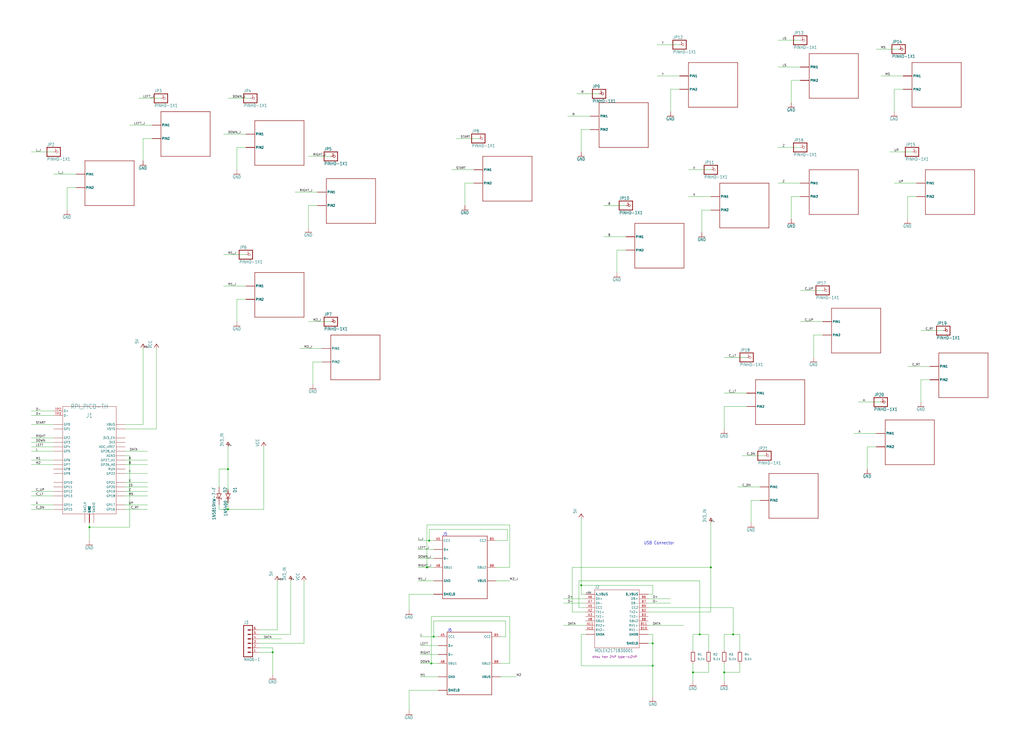
<source format=kicad_sch>
(kicad_sch (version 20211123) (generator eeschema)
  (paper "User" 581.787 422.885)
  (lib_symbols
    (symbol "Device:R" (pin_numbers hide) (pin_names (offset 0))
      (property "Reference" "R" (at 2.032 0 90))
      (property "Value" "R" (at 0 0 90))
      (symbol "R_1_1"
        (pin passive line (at 0 3.81 270) (length 1.27) (name "~") (number "1"))
        (pin passive line (at 0 -3.81 90) (length 1.27) (name "~") (number "2"))
      )
    )
    (symbol "OF1 v1-eagle-import:+5V" (power)
      (property "Value" "+5V" (at -2.54 -5.08 90))
      (symbol "+5V_1_0"
        (pin power_in line (at 0 -2.54 90) (length 2.54) (name "+5V") (number "1"))
      )
    )
    (symbol "OF1 v1-eagle-import:1N5400"
      (property "Reference" "D" (at 2.54 0.4826 0))
      (property "Value" "1N5400" (at 2.54 -2.3114 0))
      (symbol "1N5400_1_0"
        (text "SpiceOrder 1" (at -2.54 0 0) (effects (font (size 0.4064 0.3454))))
        (text "SpiceOrder 2" (at 2.54 0 0) (effects (font (size 0.4064 0.3454))))
        (pin passive line (at -2.54 0 0) (length 0) (name "A") (number "A"))
        (pin passive line (at 2.54 0 180) (length 0) (name "C") (number "C"))
      )
    )
    (symbol "OF1 v1-eagle-import:1N5819HW-7-F"
      (property "Reference" "D" (at -5.08 2.54 0))
      (property "Value" "1N5819HW-7-F" (at -5.08 -3.81 0))
      (symbol "1N5819HW-7-F_1_0"
        (pin passive line (at -5.08 0 0) (length 2.54) (name "A") (number "A"))
        (pin passive line (at 5.08 0 180) (length 2.54) (name "K") (number "C"))
      )
    )
    (symbol "OF1 v1-eagle-import:GND" (power)
      (property "Value" "GND" (at -2.54 -2.54 0))
      (symbol "GND_1_0"
        (pin power_in line (at 0 2.54 270) (length 2.54) (name "GND") (number "1"))
      )
    )
    (symbol "OF1 v1-eagle-import:GT-USB-7010ASV"
      (symbol "GT-USB-7010ASV_1_0"
        (pin bidirectional line (at -10.16 -12.7 0) (length 5.08) (name "GND") (number "A1/B12"))
        (pin bidirectional line (at 25.4 -12.7 180) (length 5.08) (name "VBUS") (number "A4/B9"))
        (pin bidirectional line (at -10.16 10.16 0) (length 5.08) (name "CC1") (number "A5"))
        (pin bidirectional line (at -10.16 5.08 0) (length 5.08) (name "D+") (number "A6"))
        (pin bidirectional line (at -10.16 0 0) (length 5.08) (name "D-") (number "A7"))
        (pin bidirectional line (at -10.16 -5.08 0) (length 5.08) (name "SBU1") (number "A8"))
        (pin bidirectional line (at -10.16 -12.7 0) (length 5.08) (name "GND") (number "B1/A12"))
        (pin bidirectional line (at 25.4 -12.7 180) (length 5.08) (name "VBUS") (number "B4/A9"))
        (pin bidirectional line (at 25.4 10.16 180) (length 5.08) (name "CC2") (number "B5"))
        (pin bidirectional line (at -10.16 5.08 0) (length 5.08) (name "D+") (number "B6"))
        (pin bidirectional line (at -10.16 0 0) (length 5.08) (name "D-") (number "B7"))
        (pin bidirectional line (at 25.4 -5.08 180) (length 5.08) (name "SBU2") (number "B8"))
        (pin bidirectional line (at -10.16 -20.32 0) (length 5.08) (name "SHIELD") (number "SHIELD1"))
        (pin bidirectional line (at -10.16 -20.32 0) (length 5.08) (name "SHIELD") (number "SHIELD2"))
        (pin bidirectional line (at -10.16 -20.32 0) (length 5.08) (name "SHIELD") (number "SHIELD3"))
        (pin bidirectional line (at -10.16 -20.32 0) (length 5.08) (name "SHIELD") (number "SHIELD4"))
      )
    )
    (symbol "OF1 v1-eagle-import:MA06-1"
      (property "Reference" "SV" (at -1.27 8.382 0))
      (property "Value" "MA06-1" (at -1.27 -12.7 0))
      (symbol "MA06-1_1_0"
        (pin passive line (at 7.62 -7.62 180) (length 5.08) (name "1") (number "1"))
        (pin passive line (at 7.62 -5.08 180) (length 5.08) (name "2") (number "2"))
        (pin passive line (at 7.62 -2.54 180) (length 5.08) (name "3") (number "3"))
        (pin passive line (at 7.62 0 180) (length 5.08) (name "4") (number "4"))
        (pin passive line (at 7.62 2.54 180) (length 5.08) (name "5") (number "5"))
        (pin passive line (at 7.62 5.08 180) (length 5.08) (name "6") (number "6"))
      )
    )
    (symbol "OF1 v1-eagle-import:MOLEX2171830001"
      (property "Value" "MOLEX2171830001" (at -12.7103 -20.3344 0))
      (symbol "MOLEX2171830001_1_0"
        (pin passive line (at -17.78 -10.16 0) (length 5.08) (name "GNDA") (number "A1"))
        (pin passive line (at -17.78 -7.62 0) (length 5.08) (name "RX2-") (number "A10"))
        (pin passive line (at -17.78 -5.08 0) (length 5.08) (name "RX2+") (number "A11"))
        (pin passive line (at -17.78 -10.16 0) (length 5.08) (name "GNDA") (number "A12"))
        (pin passive line (at -17.78 2.54 0) (length 5.08) (name "TX1+") (number "A2"))
        (pin passive line (at -17.78 0 0) (length 5.08) (name "TX1-") (number "A3"))
        (pin passive line (at -17.78 12.7 0) (length 5.08) (name "A_VBUS") (number "A4"))
        (pin passive line (at -17.78 5.08 0) (length 5.08) (name "CC1") (number "A5"))
        (pin passive line (at -17.78 10.16 0) (length 5.08) (name "DA+") (number "A6"))
        (pin passive line (at -17.78 7.62 0) (length 5.08) (name "DA-") (number "A7"))
        (pin passive line (at -17.78 -2.54 0) (length 5.08) (name "SBU1") (number "A8"))
        (pin passive line (at -17.78 12.7 0) (length 5.08) (name "A_VBUS") (number "A9"))
        (pin passive line (at 17.78 -10.16 180) (length 5.08) (name "GNDB") (number "B1"))
        (pin passive line (at 17.78 -7.62 180) (length 5.08) (name "RX1-") (number "B10"))
        (pin passive line (at 17.78 -5.08 180) (length 5.08) (name "RX1+") (number "B11"))
        (pin passive line (at 17.78 -10.16 180) (length 5.08) (name "GNDB") (number "B12"))
        (pin passive line (at 17.78 2.54 180) (length 5.08) (name "TX2+") (number "B2"))
        (pin passive line (at 17.78 0 180) (length 5.08) (name "TX2-") (number "B3"))
        (pin passive line (at 17.78 12.7 180) (length 5.08) (name "B_VBUS") (number "B4"))
        (pin passive line (at 17.78 5.08 180) (length 5.08) (name "CC2") (number "B5"))
        (pin passive line (at 17.78 10.16 180) (length 5.08) (name "DB+") (number "B6"))
        (pin passive line (at 17.78 7.62 180) (length 5.08) (name "DB-") (number "B7"))
        (pin passive line (at 17.78 -2.54 180) (length 5.08) (name "SBU2") (number "B8"))
        (pin passive line (at 17.78 12.7 180) (length 5.08) (name "B_VBUS") (number "B9"))
        (pin passive line (at 17.78 -15.24 180) (length 5.08) (name "SHIELD") (number "SHIELD1"))
        (pin passive line (at 17.78 -15.24 180) (length 5.08) (name "SHIELD") (number "SHIELD2"))
        (pin passive line (at 17.78 -15.24 180) (length 5.08) (name "SHIELD") (number "SHIELD3"))
        (pin passive line (at 17.78 -15.24 180) (length 5.08) (name "SHIELD") (number "SHIELD4"))
      )
    )
    (symbol "OF1 v1-eagle-import:MX-B"
      (symbol "MX-B_1_0"
        (pin bidirectional line (at -83.82 7.62 0) (length 5.08) (name "PIN2") (number "P$1"))
        (pin bidirectional line (at -83.82 15.24 0) (length 5.08) (name "PIN1") (number "P$2"))
        (pin bidirectional line (at -83.82 15.24 0) (length 5.08) (name "PIN1") (number "P$3"))
        (pin bidirectional line (at -83.82 7.62 0) (length 5.08) (name "PIN2") (number "P$4"))
      )
    )
    (symbol "OF1 v1-eagle-import:PINHD-1X1"
      (property "Reference" "JP" (at -6.35 3.175 0))
      (property "Value" "PINHD-1X1" (at -6.35 -5.08 0))
      (symbol "PINHD-1X1_1_0"
        (pin passive inverted (at -2.54 0 0) (length 2.54) (name "1") (number "1"))
      )
    )
    (symbol "OF1 v1-eagle-import:RPI_PICO-TH"
      (property "Value" "RPI_PICO-TH" (at 0 43.18 0))
      (symbol "RPI_PICO-TH_1_0"
        (pin bidirectional line (at 20.32 15.24 180) (length 5.08) (name "3V3") (number "3V3"))
        (pin bidirectional line (at 20.32 17.78 180) (length 5.08) (name "3V3_EN") (number "3V3_EN"))
        (pin bidirectional line (at 20.32 12.7 180) (length 5.08) (name "ADC_VREF") (number "ADC_VREF"))
        (pin bidirectional line (at 20.32 7.62 180) (length 5.08) (name "AGND") (number "AGND"))
        (pin bidirectional line (at 0 -30.48 90) (length 5.08) (name "GND") (number "GND@1"))
        (pin bidirectional line (at 0 -30.48 90) (length 5.08) (name "GND") (number "GND@2"))
        (pin bidirectional line (at 0 -30.48 90) (length 5.08) (name "GND") (number "GND@3"))
        (pin bidirectional line (at 0 -30.48 90) (length 5.08) (name "GND") (number "GND@4"))
        (pin bidirectional line (at 0 -30.48 90) (length 5.08) (name "GND") (number "GND@5"))
        (pin bidirectional line (at 0 -30.48 90) (length 5.08) (name "GND") (number "GND@6"))
        (pin bidirectional line (at 0 -30.48 90) (length 5.08) (name "GND") (number "GND@7"))
        (pin bidirectional line (at 0 -30.48 90) (length 5.08) (name "GND") (number "GND@8"))
        (pin bidirectional line (at -20.32 25.4 0) (length 5.08) (name "GP0") (number "GP0"))
        (pin bidirectional line (at -20.32 22.86 0) (length 5.08) (name "GP1") (number "GP1"))
        (pin bidirectional line (at -20.32 -7.62 0) (length 5.08) (name "GP10") (number "GP10"))
        (pin bidirectional line (at -20.32 -10.16 0) (length 5.08) (name "GP11") (number "GP11"))
        (pin bidirectional line (at -20.32 -12.7 0) (length 5.08) (name "GP12") (number "GP12"))
        (pin bidirectional line (at -20.32 -15.24 0) (length 5.08) (name "GP13") (number "GP13"))
        (pin bidirectional line (at -20.32 -20.32 0) (length 5.08) (name "GP14") (number "GP14"))
        (pin bidirectional line (at -20.32 -22.86 0) (length 5.08) (name "GP15") (number "GP15"))
        (pin bidirectional line (at 20.32 -22.86 180) (length 5.08) (name "GP16") (number "GP16"))
        (pin bidirectional line (at 20.32 -20.32 180) (length 5.08) (name "GP17") (number "GP17"))
        (pin bidirectional line (at 20.32 -15.24 180) (length 5.08) (name "GP18") (number "GP18"))
        (pin bidirectional line (at 20.32 -12.7 180) (length 5.08) (name "GP19") (number "GP19"))
        (pin bidirectional line (at -20.32 17.78 0) (length 5.08) (name "GP2") (number "GP2"))
        (pin bidirectional line (at 20.32 -10.16 180) (length 5.08) (name "GP20") (number "GP20"))
        (pin bidirectional line (at 20.32 -7.62 180) (length 5.08) (name "GP21") (number "GP21"))
        (pin bidirectional line (at 20.32 -2.54 180) (length 5.08) (name "GP22") (number "GP22"))
        (pin bidirectional line (at 20.32 2.54 180) (length 5.08) (name "GP26_A0") (number "GP26_A0"))
        (pin bidirectional line (at 20.32 5.08 180) (length 5.08) (name "GP27_A1") (number "GP27_A1"))
        (pin bidirectional line (at 20.32 10.16 180) (length 5.08) (name "GP28_A2") (number "GP28_A2"))
        (pin bidirectional line (at -20.32 15.24 0) (length 5.08) (name "GP3") (number "GP3"))
        (pin bidirectional line (at -20.32 12.7 0) (length 5.08) (name "GP4") (number "GP4"))
        (pin bidirectional line (at -20.32 10.16 0) (length 5.08) (name "GP5") (number "GP5"))
        (pin bidirectional line (at -20.32 5.08 0) (length 5.08) (name "GP6") (number "GP6"))
        (pin bidirectional line (at -20.32 2.54 0) (length 5.08) (name "GP7") (number "GP7"))
        (pin bidirectional line (at -20.32 0 0) (length 5.08) (name "GP8") (number "GP8"))
        (pin bidirectional line (at -20.32 -2.54 0) (length 5.08) (name "GP9") (number "GP9"))
        (pin bidirectional line (at 20.32 0 180) (length 5.08) (name "RUN") (number "RUN"))
        (pin bidirectional line (at -2.54 -30.48 90) (length 5.08) (name "SWCLK") (number "SWCLK"))
        (pin bidirectional line (at 2.54 -30.48 90) (length 5.08) (name "SWDIO") (number "SWDIO"))
        (pin bidirectional line (at -20.32 33.02 0) (length 5.08) (name "D+") (number "TP2"))
        (pin bidirectional line (at -20.32 30.48 0) (length 5.08) (name "D-") (number "TP3"))
        (pin bidirectional line (at 20.32 25.4 180) (length 5.08) (name "VBUS") (number "VBUS"))
        (pin bidirectional line (at 20.32 22.86 180) (length 5.08) (name "VSYS") (number "VSYS"))
      )
    )
    (symbol "OF1 v1-eagle-import:V+" (power)
      (property "Value" "V+" (at -2.54 -2.54 90))
      (symbol "V+_1_0"
        (pin power_in line (at 0 -2.54 90) (length 2.54) (name "V+") (number "1"))
      )
    )
    (symbol "OF1 v1-eagle-import:VCC" (power)
      (property "Value" "VCC" (at -2.54 -2.54 90))
      (symbol "VCC_1_0"
        (pin power_in line (at 0 -2.54 90) (length 2.54) (name "VCC") (number "1"))
      )
    )
  )
  (junction (at 403.86 322.58))
  (junction (at 243.84 307.34))
  (junction (at 246.38 361.95))
  (junction (at 242.57 322.58))
  (junction (at 370.84 378.46))
  (junction (at 129.54 266.7))
  (junction (at 129.54 289.56))
  (junction (at 330.2 332.74))
  (junction (at 411.48 382.27))
  (junction (at 397.51 360.68))
  (junction (at 416.56 360.68))
  (junction (at 245.11 377.19))
  (junction (at 393.7 382.27))
  (junction (at 50.8 299.72))
  (junction (at 370.84 365.76))
  (junction (at 154.94 370.84))
  (wire (pts (xy 370.84 360.68) (xy 370.84 365.76)))
  (wire (pts (xy 238.76 367.03) (xy 248.92 367.03)))
  (wire (pts (xy 454.66 104.14) (xy 441.96 104.14)))
  (wire (pts (xy 245.11 350.52) (xy 245.11 377.19)))
  (wire (pts (xy 513.08 50.8) (xy 508 50.8)))
  (wire (pts (xy 81.28 78.74) (xy 81.28 91.44)))
  (wire (pts (xy 325.12 347.98) (xy 332.74 347.98)))
  (wire (pts (xy 182.88 205.74) (xy 177.8 205.74)))
  (wire (pts (xy 139.7 170.18) (xy 134.62 170.18)))
  (wire (pts (xy 288.29 300.99) (xy 243.84 300.99)))
  (wire (pts (xy 355.6 116.84) (xy 342.9 116.84)))
  (wire (pts (xy 520.7 111.76) (xy 515.62 111.76)))
  (wire (pts (xy 238.76 361.95) (xy 246.38 361.95)))
  (wire (pts (xy 38.1 106.68) (xy 38.1 119.38)))
  (wire (pts (xy 424.18 231.14) (xy 411.48 231.14)))
  (wire (pts (xy 370.84 332.74) (xy 370.84 337.82)))
  (wire (pts (xy 449.58 45.72) (xy 449.58 58.42)))
  (wire (pts (xy 237.49 322.58) (xy 242.57 322.58)))
  (wire (pts (xy 420.37 377.19) (xy 420.37 382.27)))
  (wire (pts (xy 454.66 111.76) (xy 449.58 111.76)))
  (wire (pts (xy 154.94 370.84) (xy 154.94 383.54)))
  (wire (pts (xy 165.1 360.68) (xy 147.32 360.68)))
  (wire (pts (xy 370.84 337.82) (xy 368.3 337.82)))
  (wire (pts (xy 416.56 360.68) (xy 420.37 360.68)))
  (wire (pts (xy 320.04 340.36) (xy 332.74 340.36)))
  (wire (pts (xy 238.76 384.81) (xy 248.92 384.81)))
  (wire (pts (xy 328.93 330.2) (xy 397.51 330.2)))
  (wire (pts (xy 232.41 337.82) (xy 246.38 337.82)))
  (wire (pts (xy 232.41 392.43) (xy 232.41 403.86)))
  (wire (pts (xy 289.56 298.45) (xy 242.57 298.45)))
  (wire (pts (xy 182.88 198.12) (xy 170.18 198.12)))
  (wire (pts (xy 129.54 289.56) (xy 124.46 289.56)))
  (wire (pts (xy 242.57 298.45) (xy 242.57 322.58)))
  (wire (pts (xy 147.32 363.22) (xy 160.02 363.22)))
  (wire (pts (xy 411.48 360.68) (xy 416.56 360.68)))
  (wire (pts (xy 368.3 340.36) (xy 381 340.36)))
  (wire (pts (xy 142.24 55.88) (xy 129.54 55.88)))
  (wire (pts (xy 332.74 345.44) (xy 328.93 345.44)))
  (wire (pts (xy 403.86 119.38) (xy 398.78 119.38)))
  (wire (pts (xy 237.49 312.42) (xy 246.38 312.42)))
  (wire (pts (xy 43.18 99.06) (xy 30.48 99.06)))
  (wire (pts (xy 154.94 368.3) (xy 154.94 370.84)))
  (wire (pts (xy 30.48 281.94) (xy 17.78 281.94)))
  (wire (pts (xy 368.3 342.9) (xy 381 342.9)))
  (wire (pts (xy 492.76 254) (xy 492.76 266.7)))
  (wire (pts (xy 269.24 104.14) (xy 264.16 104.14)))
  (wire (pts (xy 403.86 297.18) (xy 403.86 322.58)))
  (wire (pts (xy 246.38 361.95) (xy 248.92 361.95)))
  (wire (pts (xy 281.94 330.2) (xy 289.56 330.2)))
  (wire (pts (xy 175.26 116.84) (xy 175.26 129.54)))
  (wire (pts (xy 350.52 142.24) (xy 350.52 154.94)))
  (wire (pts (xy 281.94 307.34) (xy 288.29 307.34)))
  (wire (pts (xy 398.78 119.38) (xy 398.78 132.08)))
  (wire (pts (xy 30.48 248.92) (xy 17.78 248.92)))
  (wire (pts (xy 177.8 205.74) (xy 177.8 218.44)))
  (wire (pts (xy 30.48 251.46) (xy 17.78 251.46)))
  (wire (pts (xy 237.49 330.2) (xy 246.38 330.2)))
  (wire (pts (xy 289.56 377.19) (xy 289.56 350.52)))
  (wire (pts (xy 424.18 203.2) (xy 411.48 203.2)))
  (wire (pts (xy 420.37 360.68) (xy 420.37 369.57)))
  (wire (pts (xy 402.59 377.19) (xy 402.59 382.27)))
  (wire (pts (xy 381 50.8) (xy 381 63.5)))
  (wire (pts (xy 454.66 45.72) (xy 449.58 45.72)))
  (wire (pts (xy 467.36 165.1) (xy 454.66 165.1)))
  (wire (pts (xy 83.82 276.86) (xy 71.12 276.86)))
  (wire (pts (xy 397.51 330.2) (xy 397.51 360.68)))
  (wire (pts (xy 497.84 246.38) (xy 485.14 246.38)))
  (wire (pts (xy 243.84 307.34) (xy 246.38 307.34)))
  (wire (pts (xy 403.86 111.76) (xy 391.16 111.76)))
  (wire (pts (xy 287.2271 353.06) (xy 287.2271 361.95)))
  (wire (pts (xy 355.6 134.62) (xy 342.9 134.62)))
  (wire (pts (xy 81.28 198.12) (xy 81.28 241.3)))
  (wire (pts (xy 124.46 289.56) (xy 124.46 287.02)))
  (wire (pts (xy 180.34 109.22) (xy 167.64 109.22)))
  (wire (pts (xy 289.56 350.52) (xy 245.11 350.52)))
  (wire (pts (xy 320.04 342.9) (xy 332.74 342.9)))
  (wire (pts (xy 284.48 377.19) (xy 289.56 377.19)))
  (wire (pts (xy 73.66 259.08) (xy 73.66 299.72)))
  (wire (pts (xy 134.62 170.18) (xy 134.62 182.88)))
  (wire (pts (xy 50.8 297.18) (xy 50.8 299.72)))
  (wire (pts (xy 165.1 330.2) (xy 165.1 360.68)))
  (wire (pts (xy 426.72 284.48) (xy 426.72 297.18)))
  (wire (pts (xy 245.11 377.19) (xy 248.92 377.19)))
  (wire (pts (xy 88.9 243.84) (xy 71.12 243.84)))
  (wire (pts (xy 325.12 322.58) (xy 325.12 347.98)))
  (wire (pts (xy 50.8 299.72) (xy 50.8 307.34)))
  (wire (pts (xy 124.46 266.7) (xy 124.46 276.86)))
  (wire (pts (xy 449.58 111.76) (xy 449.58 124.46)))
  (wire (pts (xy 431.8 284.48) (xy 426.72 284.48)))
  (wire (pts (xy 30.48 241.3) (xy 17.78 241.3)))
  (wire (pts (xy 86.36 78.74) (xy 81.28 78.74)))
  (wire (pts (xy 402.59 382.27) (xy 393.7 382.27)))
  (wire (pts (xy 355.6 142.24) (xy 350.52 142.24)))
  (wire (pts (xy 147.32 370.84) (xy 154.94 370.84)))
  (wire (pts (xy 289.56 322.58) (xy 289.56 298.45)))
  (wire (pts (xy 288.29 307.34) (xy 288.29 300.99)))
  (wire (pts (xy 515.62 111.76) (xy 515.62 124.46)))
  (wire (pts (xy 518.16 86.36) (xy 505.46 86.36)))
  (wire (pts (xy 411.48 360.68) (xy 411.48 369.57)))
  (wire (pts (xy 243.84 300.99) (xy 243.84 307.34)))
  (wire (pts (xy 332.74 360.68) (xy 330.2 360.68)))
  (wire (pts (xy 271.78 78.74) (xy 259.08 78.74)))
  (wire (pts (xy 172.72 330.2) (xy 172.72 365.76)))
  (wire (pts (xy 83.82 279.4) (xy 71.12 279.4)))
  (wire (pts (xy 30.48 287.02) (xy 17.78 287.02)))
  (wire (pts (xy 187.96 182.88) (xy 175.26 182.88)))
  (wire (pts (xy 129.54 266.7) (xy 129.54 279.4)))
  (wire (pts (xy 83.82 274.32) (xy 71.12 274.32)))
  (wire (pts (xy 411.48 377.19) (xy 411.48 382.27)))
  (wire (pts (xy 510.54 27.94) (xy 497.84 27.94)))
  (wire (pts (xy 330.2 294.64) (xy 330.2 332.74)))
  (wire (pts (xy 454.66 83.82) (xy 441.96 83.82)))
  (wire (pts (xy 242.57 322.58) (xy 246.38 322.58)))
  (wire (pts (xy 528.32 208.28) (xy 515.62 208.28)))
  (wire (pts (xy 420.37 382.27) (xy 411.48 382.27)))
  (wire (pts (xy 30.48 289.56) (xy 17.78 289.56)))
  (wire (pts (xy 88.9 198.12) (xy 88.9 243.84)))
  (wire (pts (xy 83.82 261.62) (xy 71.12 261.62)))
  (wire (pts (xy 30.48 86.36) (xy 17.78 86.36)))
  (wire (pts (xy 368.3 355.6) (xy 388.62 355.6)))
  (wire (pts (xy 71.12 259.08) (xy 73.66 259.08)))
  (wire (pts (xy 424.18 223.52) (xy 411.48 223.52)))
  (wire (pts (xy 386.08 25.4) (xy 373.38 25.4)))
  (wire (pts (xy 71.12 256.54) (xy 83.82 256.54)))
  (wire (pts (xy 91.44 55.88) (xy 78.74 55.88)))
  (wire (pts (xy 238.76 372.11) (xy 248.92 372.11)))
  (wire (pts (xy 157.48 358.14) (xy 147.32 358.14)))
  (wire (pts (xy 340.36 53.34) (xy 327.66 53.34)))
  (wire (pts (xy 332.74 337.82) (xy 330.2 337.82)))
  (wire (pts (xy 434.34 259.08) (xy 421.64 259.08)))
  (wire (pts (xy 139.7 162.56) (xy 127 162.56)))
  (wire (pts (xy 30.48 264.16) (xy 17.78 264.16)))
  (wire (pts (xy 368.3 365.76) (xy 370.84 365.76)))
  (wire (pts (xy 83.82 281.94) (xy 71.12 281.94)))
  (wire (pts (xy 246.38 353.06) (xy 246.38 361.95)))
  (wire (pts (xy 411.48 382.27) (xy 411.48 387.35)))
  (wire (pts (xy 129.54 289.56) (xy 149.86 289.56)))
  (wire (pts (xy 129.54 254) (xy 129.54 266.7)))
  (wire (pts (xy 232.41 392.43) (xy 248.92 392.43)))
  (wire (pts (xy 83.82 269.24) (xy 71.12 269.24)))
  (wire (pts (xy 403.86 96.52) (xy 391.16 96.52)))
  (wire (pts (xy 386.08 50.8) (xy 381 50.8)))
  (wire (pts (xy 147.32 368.3) (xy 154.94 368.3)))
  (wire (pts (xy 335.28 73.66) (xy 330.2 73.66)))
  (wire (pts (xy 467.36 190.5) (xy 462.28 190.5)))
  (wire (pts (xy 129.54 266.7) (xy 124.46 266.7)))
  (wire (pts (xy 30.48 236.22) (xy 17.78 236.22)))
  (wire (pts (xy 500.38 228.6) (xy 487.68 228.6)))
  (wire (pts (xy 330.2 332.74) (xy 370.84 332.74)))
  (wire (pts (xy 30.48 256.54) (xy 17.78 256.54)))
  (wire (pts (xy 264.16 104.14) (xy 264.16 116.84)))
  (wire (pts (xy 403.86 322.58) (xy 325.12 322.58)))
  (wire (pts (xy 403.86 322.58) (xy 403.86 347.98)))
  (wire (pts (xy 149.86 254) (xy 149.86 289.56)))
  (wire (pts (xy 43.18 106.68) (xy 38.1 106.68)))
  (wire (pts (xy 83.82 264.16) (xy 71.12 264.16)))
  (wire (pts (xy 139.7 144.78) (xy 127 144.78)))
  (wire (pts (xy 157.48 330.2) (xy 157.48 358.14)))
  (wire (pts (xy 172.72 365.76) (xy 147.32 365.76)))
  (wire (pts (xy 139.7 83.82) (xy 134.62 83.82)))
  (wire (pts (xy 508 50.8) (xy 508 63.5)))
  (wire (pts (xy 393.7 360.68) (xy 397.51 360.68)))
  (wire (pts (xy 431.8 276.86) (xy 419.1 276.86)))
  (wire (pts (xy 454.66 38.1) (xy 441.96 38.1)))
  (wire (pts (xy 416.56 345.44) (xy 416.56 360.68)))
  (wire (pts (xy 402.59 360.68) (xy 402.59 369.57)))
  (wire (pts (xy 284.48 384.81) (xy 293.37 384.81)))
  (wire (pts (xy 83.82 287.02) (xy 71.12 287.02)))
  (wire (pts (xy 368.3 360.68) (xy 370.84 360.68)))
  (wire (pts (xy 523.24 215.9) (xy 523.24 228.6)))
  (wire (pts (xy 30.48 233.68) (xy 17.78 233.68)))
  (wire (pts (xy 330.2 360.68) (xy 330.2 378.46)))
  (wire (pts (xy 139.7 76.2) (xy 127 76.2)))
  (wire (pts (xy 284.48 361.95) (xy 287.2271 361.95)))
  (wire (pts (xy 370.84 365.76) (xy 370.84 378.46)))
  (wire (pts (xy 462.28 190.5) (xy 462.28 203.2)))
  (wire (pts (xy 528.32 215.9) (xy 523.24 215.9)))
  (wire (pts (xy 30.48 279.4) (xy 17.78 279.4)))
  (wire (pts (xy 81.28 241.3) (xy 71.12 241.3)))
  (wire (pts (xy 237.49 307.34) (xy 243.84 307.34)))
  (wire (pts (xy 129.54 284.48) (xy 129.54 289.56)))
  (wire (pts (xy 287.2271 353.06) (xy 246.38 353.06)))
  (wire (pts (xy 467.36 182.88) (xy 454.66 182.88)))
  (wire (pts (xy 269.24 96.52) (xy 256.54 96.52)))
  (wire (pts (xy 535.94 187.96) (xy 523.24 187.96)))
  (wire (pts (xy 393.7 377.19) (xy 393.7 382.27)))
  (wire (pts (xy 71.12 289.56) (xy 83.82 289.56)))
  (wire (pts (xy 232.41 337.82) (xy 232.41 346.71)))
  (wire (pts (xy 403.86 347.98) (xy 368.3 347.98)))
  (wire (pts (xy 520.7 104.14) (xy 508 104.14)))
  (wire (pts (xy 320.04 355.6) (xy 332.74 355.6)))
  (wire (pts (xy 237.49 317.5) (xy 246.38 317.5)))
  (wire (pts (xy 281.94 322.58) (xy 289.56 322.58)))
  (wire (pts (xy 411.48 231.14) (xy 411.48 243.84)))
  (wire (pts (xy 134.62 83.82) (xy 134.62 96.52)))
  (wire (pts (xy 368.3 345.44) (xy 416.56 345.44)))
  (wire (pts (xy 86.36 71.12) (xy 73.66 71.12)))
  (wire (pts (xy 397.51 360.68) (xy 402.59 360.68)))
  (wire (pts (xy 330.2 337.82) (xy 330.2 332.74)))
  (wire (pts (xy 335.28 66.04) (xy 322.58 66.04)))
  (wire (pts (xy 187.96 88.9) (xy 175.26 88.9)))
  (wire (pts (xy 370.84 378.46) (xy 370.84 396.24)))
  (wire (pts (xy 30.48 261.62) (xy 17.78 261.62)))
  (wire (pts (xy 393.7 360.68) (xy 393.7 369.57)))
  (wire (pts (xy 513.08 43.18) (xy 500.38 43.18)))
  (wire (pts (xy 454.66 22.86) (xy 441.96 22.86)))
  (wire (pts (xy 497.84 254) (xy 492.76 254)))
  (wire (pts (xy 180.34 116.84) (xy 175.26 116.84)))
  (wire (pts (xy 330.2 73.66) (xy 330.2 86.36)))
  (wire (pts (xy 393.7 382.27) (xy 393.7 387.35)))
  (wire (pts (xy 73.66 299.72) (xy 50.8 299.72)))
  (wire (pts (xy 330.2 378.46) (xy 370.84 378.46)))
  (wire (pts (xy 328.93 345.44) (xy 328.93 330.2)))
  (wire (pts (xy 30.48 254) (xy 17.78 254)))
  (wire (pts (xy 238.76 377.19) (xy 245.11 377.19)))
  (wire (pts (xy 386.08 43.18) (xy 373.38 43.18)))
  (text "J5" (at 251.46 304.8 180) (effects (font (size 1.778 1.5113)) (justify left bottom)))
  (text "USB Connector" (at 365.76 309.88 180) (effects (font (size 1.778 1.5113)) (justify left bottom)))
  (text "J6\n" (at 254 359.41 180) (effects (font (size 1.778 1.5113)) (justify left bottom)))
  (label "LEFT" (at 20.32 254 0) (effects (font (size 1.2446 1.2446))))
  (label "START" (at 261.62 78.74 0) (effects (font (size 1.2446 1.2446))))
  (label "R" (at 73.025 261.62 0) (effects (font (size 1.2446 1.2446))))
  (label "START" (at 20.32 241.3 0) (effects (font (size 1.2446 1.2446))))
  (label "D+" (at 322.58 340.36 0) (effects (font (size 1.2446 1.2446))))
  (label "M2_J" (at 172.72 198.12 0) (effects (font (size 1.2446 1.2446))))
  (label "LEFT_J" (at 76.2 71.12 0) (effects (font (size 1.2446 1.2446))))
  (label "LEFT_J" (at 237.49 312.42 0))
  (label "C_DN" (at 424.18 259.08 0) (effects (font (size 1.2446 1.2446))))
  (label "L" (at 238.76 361.95 0))
  (label "C_UP" (at 457.2 182.88 0) (effects (font (size 1.2446 1.2446))))
  (label "DOWN" (at 20.32 251.46 0) (effects (font (size 1.2446 1.2446))))
  (label "DOWN_J" (at 129.54 76.2 0) (effects (font (size 1.2446 1.2446))))
  (label "L_J" (at 20.32 86.36 0) (effects (font (size 1.2446 1.2446))))
  (label "D-" (at 322.58 342.9 0) (effects (font (size 1.2446 1.2446))))
  (label "B" (at 345.44 134.62 0) (effects (font (size 1.2446 1.2446))))
  (label "DATA" (at 149.86 363.22 0) (effects (font (size 1.2446 1.2446))))
  (label "M2" (at 20.32 264.16 0) (effects (font (size 1.2446 1.2446))))
  (label "+5V" (at 81.28 198.12 0) (effects (font (size 1.016 1.016))))
  (label "Y" (at 375.92 25.4 0) (effects (font (size 1.2446 1.2446))))
  (label "DATA" (at 370.84 355.6 0) (effects (font (size 1.2446 1.2446))))
  (label "C_LT" (at 414.02 223.52 0) (effects (font (size 1.2446 1.2446))))
  (label "M2_J" (at 289.56 330.2 0))
  (label "M1" (at 20.32 261.62 0) (effects (font (size 1.2446 1.2446))))
  (label "B" (at 73.025 264.16 0) (effects (font (size 1.2446 1.2446))))
  (label "M1_J" (at 237.49 330.2 0))
  (label "C_LT" (at 20.32 281.94 0) (effects (font (size 1.2446 1.2446))))
  (label "X" (at 73.025 274.32 0) (effects (font (size 1.2446 1.2446))))
  (label "MS" (at 73.025 281.94 0) (effects (font (size 1.2446 1.2446))))
  (label "Z" (at 73.025 279.4 0) (effects (font (size 1.2446 1.2446))))
  (label "C_UP" (at 20.32 279.4 0) (effects (font (size 1.2446 1.2446))))
  (label "DATA" (at 322.58 355.6 0) (effects (font (size 1.2446 1.2446))))
  (label "+5V" (at 332.74 337.82 0) (effects (font (size 1.016 1.016))))
  (label "UP" (at 510.54 104.14 0) (effects (font (size 1.2446 1.2446))))
  (label "X" (at 393.7 111.76 0) (effects (font (size 1.2446 1.2446))))
  (label "M1_J" (at 129.54 144.78 0) (effects (font (size 1.2446 1.2446))))
  (label "X" (at 393.7 96.52 0) (effects (font (size 1.2446 1.2446))))
  (label "R" (at 330.2 53.34 0) (effects (font (size 1.2446 1.2446))))
  (label "A" (at 20.32 287.02 0) (effects (font (size 1.2446 1.2446))))
  (label "L_J" (at 237.49 307.34 0))
  (label "LEFT_J" (at 81.28 55.88 0) (effects (font (size 1.2446 1.2446))))
  (label "M1_J" (at 129.54 162.56 0) (effects (font (size 1.2446 1.2446))))
  (label "C_RT" (at 518.16 208.28 0) (effects (font (size 1.2446 1.2446))))
  (label "LS" (at 73.025 276.86 0) (effects (font (size 1.2446 1.2446))))
  (label "RIGHT_J" (at 237.49 322.58 0))
  (label "+5V" (at 157.48 330.2 0) (effects (font (size 1.016 1.016))))
  (label "LEFT" (at 238.76 367.03 0))
  (label "D-" (at 370.84 342.9 0) (effects (font (size 1.2446 1.2446))))
  (label "LS" (at 444.5 38.1 0) (effects (font (size 1.2446 1.2446))))
  (label "D+" (at 370.84 340.36 0) (effects (font (size 1.2446 1.2446))))
  (label "C_UP" (at 457.2 165.1 0) (effects (font (size 1.2446 1.2446))))
  (label "R" (at 325.12 66.04 0) (effects (font (size 1.2446 1.2446))))
  (label "C_DN" (at 20.32 289.56 0) (effects (font (size 1.2446 1.2446))))
  (label "Z" (at 444.5 83.82 0) (effects (font (size 1.2446 1.2446))))
  (label "C_DN" (at 421.64 276.86 0) (effects (font (size 1.2446 1.2446))))
  (label "C_RT" (at 525.78 187.96 0) (effects (font (size 1.2446 1.2446))))
  (label "Y" (at 73.025 269.24 0) (effects (font (size 1.2446 1.2446))))
  (label "DOWN_J" (at 132.08 55.88 0) (effects (font (size 1.2446 1.2446))))
  (label "RIGHT_J" (at 170.18 109.22 0) (effects (font (size 1.2446 1.2446))))
  (label "V+" (at 165.1 330.2 0) (effects (font (size 1.016 1.016))))
  (label "RIGHT_J" (at 177.8 88.9 0) (effects (font (size 1.2446 1.2446))))
  (label "B" (at 345.44 116.84 0) (effects (font (size 1.2446 1.2446))))
  (label "L" (at 20.32 256.54 0) (effects (font (size 1.2446 1.2446))))
  (label "START" (at 259.08 96.52 0) (effects (font (size 1.2446 1.2446))))
  (label "V+" (at 129.54 254 0) (effects (font (size 1.016 1.016))))
  (label "A" (at 487.68 246.38 0) (effects (font (size 1.2446 1.2446))))
  (label "C_LT" (at 414.02 203.2 0) (effects (font (size 1.2446 1.2446))))
  (label "DOWN_J" (at 237.49 317.5 0))
  (label "V+" (at 403.86 297.18 0) (effects (font (size 1.016 1.016))))
  (label "C_RT" (at 74.295 289.56 0) (effects (font (size 1.2446 1.2446))))
  (label "RIGHT" (at 20.32 248.92 0) (effects (font (size 1.2446 1.2446))))
  (label "Z" (at 444.5 104.14 0) (effects (font (size 1.2446 1.2446))))
  (label "L_J" (at 33.02 99.06 0) (effects (font (size 1.2446 1.2446))))
  (label "M1" (at 238.76 384.81 0))
  (label "UP" (at 73.025 287.02 0) (effects (font (size 1.2446 1.2446))))
  (label "D+" (at 20.32 236.22 0) (effects (font (size 1.2446 1.2446))))
  (label "Y" (at 375.92 43.18 0) (effects (font (size 1.2446 1.2446))))
  (label "MS" (at 500.38 27.94 0) (effects (font (size 1.2446 1.2446))))
  (label "DOWN" (at 238.76 377.19 0))
  (label "LS" (at 444.5 22.86 0) (effects (font (size 1.2446 1.2446))))
  (label "M2" (at 293.37 384.81 0))
  (label "D-" (at 20.32 233.68 0) (effects (font (size 1.2446 1.2446))))
  (label "DATA" (at 73.66 256.54 0) (effects (font (size 1.2446 1.2446))))
  (label "UP" (at 508 86.36 0) (effects (font (size 1.2446 1.2446))))
  (label "A" (at 490.22 228.6 0) (effects (font (size 1.2446 1.2446))))
  (label "M2_J" (at 177.8 182.88 0) (effects (font (size 1.2446 1.2446))))
  (label "RIGHT" (at 238.76 372.11 0))
  (label "MS" (at 502.92 43.18 0) (effects (font (size 1.2446 1.2446))))
  (symbol (lib_id "OF1 v1-eagle-import:V+") (at 129.54 251.46 0) (unit 1)
    (property "Reference" "#P+03" (effects hide))
    (property "Value" "3V3_IN" (at 127 254 90) (effects (font (size 1.778 1.5113)) (justify left bottom)))
    (property "Footprint" "OF1 v1:" (effects hide))
  )
  (symbol (lib_id "OF1 v1-eagle-import:PINHD-1X1") (at 142.24 144.78 0) (unit 1)
    (property "Reference" "JP6" (at 135.89 141.605 0) (effects (font (size 1.778 1.5113)) (justify left bottom)))
    (property "Value" "PINHD-1X1" (at 135.89 149.86 0) (effects (font (size 1.778 1.5113)) (justify left bottom)))
    (property "Footprint" "OF1 v1:1X01" (effects hide))
  )
  (symbol (lib_id "OF1 v1-eagle-import:1N5400") (at 129.54 281.94 270) (unit 1)
    (property "Reference" "D1" (at 132.5626 276.86 0) (effects (font (size 1.778 1.5113)) (justify left bottom)))
    (property "Value" "1N5400" (at 127.2286 284.48 0) (effects (font (size 1.778 1.5113)) (justify left bottom)))
    (property "Footprint" "OF1 v1:DO201-15" (effects hide))
  )
  (symbol (lib_id "OF1 v1-eagle-import:PINHD-1X1") (at 457.2 83.82 0) (unit 1)
    (property "Reference" "JP16" (at 450.85 80.645 0) (effects (font (size 1.778 1.5113)) (justify left bottom)))
    (property "Value" "PINHD-1X1" (at 450.85 88.9 0) (effects (font (size 1.778 1.5113)) (justify left bottom)))
    (property "Footprint" "OF1 v1:1X01" (effects hide))
  )
  (symbol (lib_id "OF1 v1-eagle-import:PINHD-1X1") (at 274.32 78.74 0) (unit 1)
    (property "Reference" "JP8" (at 267.97 75.565 0) (effects (font (size 1.778 1.5113)) (justify left bottom)))
    (property "Value" "PINHD-1X1" (at 267.97 83.82 0) (effects (font (size 1.778 1.5113)) (justify left bottom)))
    (property "Footprint" "OF1 v1:1X01" (effects hide))
  )
  (symbol (lib_id "OF1 v1-eagle-import:GND") (at 426.72 299.72 0) (unit 1)
    (property "Reference" "#GND028" (effects hide))
    (property "Value" "GND" (at 424.18 302.26 0) (effects (font (size 1.778 1.5113)) (justify left bottom)))
    (property "Footprint" "OF1 v1:" (effects hide))
  )
  (symbol (lib_id "Device:R") (at 411.48 373.38 0) (unit 1)
    (property "Reference" "R3" (at 414.02 372.1099 0) (effects (justify left)))
    (property "Value" "5.1k" (at 414.02 374.6499 0) (effects (justify left)))
    (property "Footprint" "Resistor_THT:R_Axial_DIN0207_L6.3mm_D2.5mm_P7.62mm_Horizontal" (effects hide))
  )
  (symbol (lib_id "OF1 v1-eagle-import:PINHD-1X1") (at 502.92 228.6 0) (unit 1)
    (property "Reference" "JP20" (at 496.57 225.425 0) (effects (font (size 1.778 1.5113)) (justify left bottom)))
    (property "Value" "PINHD-1X1" (at 496.57 233.68 0) (effects (font (size 1.778 1.5113)) (justify left bottom)))
    (property "Footprint" "OF1 v1:1X01" (effects hide))
  )
  (symbol (lib_id "OF1 v1-eagle-import:GND") (at 370.84 398.78 0) (mirror y) (unit 1)
    (property "Reference" "#GND034" (effects hide))
    (property "Value" "GND" (at 373.38 401.32 0) (effects (font (size 1.778 1.5113)) (justify left bottom)))
    (property "Footprint" "OF1 v1:" (effects hide))
  )
  (symbol (lib_id "OF1 v1-eagle-import:MX-B") (at 487.68 127 0) (unit 1)
    (property "Reference" "U$14" (effects hide))
    (property "Value" "MX-B" (effects hide))
    (property "Footprint" "OF1 v1:MX-BOTH" (effects hide))
  )
  (symbol (lib_id "OF1 v1-eagle-import:GND") (at 393.7 389.89 0) (unit 1)
    (property "Reference" "#GND0102" (effects hide))
    (property "Value" "GND" (at 391.16 392.43 0) (effects (font (size 1.778 1.5113)) (justify left bottom)))
    (property "Footprint" "OF1 v1:" (effects hide))
  )
  (symbol (lib_id "OF1 v1-eagle-import:MX-B") (at 223.52 91.44 0) (unit 1)
    (property "Reference" "U$4" (effects hide))
    (property "Value" "MX-B" (effects hide))
    (property "Footprint" "OF1 v1:MX-BOTH" (effects hide))
  )
  (symbol (lib_id "OF1 v1-eagle-import:VCC") (at 88.9 195.58 0) (unit 1)
    (property "Reference" "#P+08" (effects hide))
    (property "Value" "VCC" (at 86.36 198.12 90) (effects (font (size 1.778 1.5113)) (justify left bottom)))
    (property "Footprint" "OF1 v1:" (effects hide))
  )
  (symbol (lib_id "OF1 v1-eagle-import:MX-B") (at 581.66 261.62 0) (unit 1)
    (property "Reference" "U$20" (effects hide))
    (property "Value" "MX-B" (effects hide))
    (property "Footprint" "OF1 v1:MX-BOTH" (effects hide))
  )
  (symbol (lib_id "OF1 v1-eagle-import:GND") (at 50.8 309.88 0) (unit 1)
    (property "Reference" "#GND03" (effects hide))
    (property "Value" "GND" (at 48.26 312.42 0) (effects (font (size 1.778 1.5113)) (justify left bottom)))
    (property "Footprint" "OF1 v1:" (effects hide))
  )
  (symbol (lib_id "OF1 v1-eagle-import:GND") (at 350.52 157.48 0) (unit 1)
    (property "Reference" "#GND017" (effects hide))
    (property "Value" "GND" (at 347.98 160.02 0) (effects (font (size 1.778 1.5113)) (justify left bottom)))
    (property "Footprint" "OF1 v1:" (effects hide))
  )
  (symbol (lib_id "OF1 v1-eagle-import:GND") (at 134.62 99.06 0) (unit 1)
    (property "Reference" "#GND011" (effects hide))
    (property "Value" "GND" (at 132.08 101.6 0) (effects (font (size 1.778 1.5113)) (justify left bottom)))
    (property "Footprint" "OF1 v1:" (effects hide))
  )
  (symbol (lib_id "OF1 v1-eagle-import:PINHD-1X1") (at 342.9 53.34 0) (unit 1)
    (property "Reference" "JP9" (at 336.55 50.165 0) (effects (font (size 1.778 1.5113)) (justify left bottom)))
    (property "Value" "PINHD-1X1" (at 336.55 58.42 0) (effects (font (size 1.778 1.5113)) (justify left bottom)))
    (property "Footprint" "OF1 v1:1X01" (effects hide))
  )
  (symbol (lib_id "OF1 v1-eagle-import:VCC") (at 149.86 251.46 0) (unit 1)
    (property "Reference" "#P+05" (effects hide))
    (property "Value" "VCC" (at 147.32 254 90) (effects (font (size 1.778 1.5113)) (justify left bottom)))
    (property "Footprint" "OF1 v1:" (effects hide))
  )
  (symbol (lib_id "OF1 v1-eagle-import:MX-B") (at 266.7 213.36 0) (unit 1)
    (property "Reference" "U$7" (effects hide))
    (property "Value" "MX-B" (effects hide))
    (property "Footprint" "OF1 v1:MX-BOTH" (effects hide))
  )
  (symbol (lib_id "OF1 v1-eagle-import:GND") (at 264.16 119.38 0) (unit 1)
    (property "Reference" "#GND015" (effects hide))
    (property "Value" "GND" (at 261.62 121.92 0) (effects (font (size 1.778 1.5113)) (justify left bottom)))
    (property "Footprint" "OF1 v1:" (effects hide))
  )
  (symbol (lib_id "OF1 v1-eagle-import:MX-B") (at 508 238.76 0) (unit 1)
    (property "Reference" "U$18" (effects hide))
    (property "Value" "MX-B" (effects hide))
    (property "Footprint" "OF1 v1:MX-BOTH" (effects hide))
  )
  (symbol (lib_id "OF1 v1-eagle-import:GND") (at 175.26 132.08 0) (unit 1)
    (property "Reference" "#GND013" (effects hide))
    (property "Value" "GND" (at 172.72 134.62 0) (effects (font (size 1.778 1.5113)) (justify left bottom)))
    (property "Footprint" "OF1 v1:" (effects hide))
  )
  (symbol (lib_id "OF1 v1-eagle-import:RPI_PICO-TH") (at 50.8 266.7 0) (unit 1)
    (property "Reference" "J1" (at 50.8 236.22 0) (effects (font (size 2.54 2.159))))
    (property "Value" "RPI_PICO-TH" (at 50.8 231.14 0) (effects (font (size 2.54 2.159))))
    (property "Footprint" "OF1 v1:RPI_PICO_TH" (effects hide))
  )
  (symbol (lib_id "OF1 v1-eagle-import:V+") (at 165.1 327.66 0) (unit 1)
    (property "Reference" "#P+01" (effects hide))
    (property "Value" "3V3_IN" (at 162.56 330.2 90) (effects (font (size 1.778 1.5113)) (justify left bottom)))
    (property "Footprint" "OF1 v1:" (effects hide))
  )
  (symbol (lib_id "OF1 v1-eagle-import:GND") (at 508 66.04 0) (unit 1)
    (property "Reference" "#GND023" (effects hide))
    (property "Value" "GND" (at 505.46 68.58 0) (effects (font (size 1.778 1.5113)) (justify left bottom)))
    (property "Footprint" "OF1 v1:" (effects hide))
  )
  (symbol (lib_id "OF1 v1-eagle-import:GND") (at 411.48 246.38 0) (unit 1)
    (property "Reference" "#GND024" (effects hide))
    (property "Value" "GND" (at 408.94 248.92 0) (effects (font (size 1.778 1.5113)) (justify left bottom)))
    (property "Footprint" "OF1 v1:" (effects hide))
  )
  (symbol (lib_id "OF1 v1-eagle-import:GND") (at 523.24 231.14 0) (unit 1)
    (property "Reference" "#GND026" (effects hide))
    (property "Value" "GND" (at 520.7 233.68 0) (effects (font (size 1.778 1.5113)) (justify left bottom)))
    (property "Footprint" "OF1 v1:" (effects hide))
  )
  (symbol (lib_id "OF1 v1-eagle-import:V+") (at 403.86 294.64 0) (unit 1)
    (property "Reference" "#P+06" (effects hide))
    (property "Value" "3V3_IN" (at 401.32 297.18 90) (effects (font (size 1.778 1.5113)) (justify left bottom)))
    (property "Footprint" "OF1 v1:" (effects hide))
  )
  (symbol (lib_id "OF1 v1-eagle-import:GND") (at 154.94 386.08 0) (unit 1)
    (property "Reference" "#GND01" (effects hide))
    (property "Value" "GND" (at 152.4 388.62 0) (effects (font (size 1.778 1.5113)) (justify left bottom)))
    (property "Footprint" "OF1 v1:" (effects hide))
  )
  (symbol (lib_id "OF1 v1-eagle-import:GND") (at 134.62 185.42 0) (unit 1)
    (property "Reference" "#GND012" (effects hide))
    (property "Value" "GND" (at 132.08 187.96 0) (effects (font (size 1.778 1.5113)) (justify left bottom)))
    (property "Footprint" "OF1 v1:" (effects hide))
  )
  (symbol (lib_id "OF1 v1-eagle-import:PINHD-1X1") (at 513.08 27.94 0) (unit 1)
    (property "Reference" "JP14" (at 506.73 24.765 0) (effects (font (size 1.778 1.5113)) (justify left bottom)))
    (property "Value" "PINHD-1X1" (at 506.73 33.02 0) (effects (font (size 1.778 1.5113)) (justify left bottom)))
    (property "Footprint" "OF1 v1:1X01" (effects hide))
  )
  (symbol (lib_id "OF1 v1-eagle-import:PINHD-1X1") (at 190.5 88.9 0) (unit 1)
    (property "Reference" "JP5" (at 184.15 85.725 0) (effects (font (size 1.778 1.5113)) (justify left bottom)))
    (property "Value" "PINHD-1X1" (at 184.15 93.98 0) (effects (font (size 1.778 1.5113)) (justify left bottom)))
    (property "Footprint" "OF1 v1:1X01" (effects hide))
  )
  (symbol (lib_id "OF1 v1-eagle-import:GND") (at 381 66.04 0) (unit 1)
    (property "Reference" "#GND021" (effects hide))
    (property "Value" "GND" (at 378.46 68.58 0) (effects (font (size 1.778 1.5113)) (justify left bottom)))
    (property "Footprint" "OF1 v1:" (effects hide))
  )
  (symbol (lib_id "OF1 v1-eagle-import:MX-B") (at 515.62 292.1 0) (unit 1)
    (property "Reference" "U$21" (effects hide))
    (property "Value" "MX-B" (effects hide))
    (property "Footprint" "OF1 v1:MX-BOTH" (effects hide))
  )
  (symbol (lib_id "OF1 v1-eagle-import:GND") (at 462.28 205.74 0) (unit 1)
    (property "Reference" "#GND025" (effects hide))
    (property "Value" "GND" (at 459.74 208.28 0) (effects (font (size 1.778 1.5113)) (justify left bottom)))
    (property "Footprint" "OF1 v1:" (effects hide))
  )
  (symbol (lib_id "OF1 v1-eagle-import:GND") (at 232.41 406.4 0) (unit 1)
    (property "Reference" "#GND0103" (effects hide))
    (property "Value" "GND" (at 229.87 408.94 0) (effects (font (size 1.778 1.5113)) (justify left bottom)))
    (property "Footprint" "OF1 v1:" (effects hide))
  )
  (symbol (lib_id "OF1 v1-eagle-import:GND") (at 449.58 60.96 0) (unit 1)
    (property "Reference" "#GND022" (effects hide))
    (property "Value" "GND" (at 447.04 63.5 0) (effects (font (size 1.778 1.5113)) (justify left bottom)))
    (property "Footprint" "OF1 v1:" (effects hide))
  )
  (symbol (lib_id "OF1 v1-eagle-import:GND") (at 38.1 121.92 0) (unit 1)
    (property "Reference" "#GND09" (effects hide))
    (property "Value" "GND" (at 35.56 124.46 0) (effects (font (size 1.778 1.5113)) (justify left bottom)))
    (property "Footprint" "OF1 v1:" (effects hide))
  )
  (symbol (lib_id "OF1 v1-eagle-import:1N5819HW-7-F") (at 124.46 281.94 270) (unit 1)
    (property "Reference" "D2" (at 127 276.86 0) (effects (font (size 1.778 1.5113)) (justify left bottom)))
    (property "Value" "1N5819HW-7-F" (at 120.65 276.86 0) (effects (font (size 1.778 1.5113)) (justify left bottom)))
    (property "Footprint" "OF1 v1:SOD3715X145N" (effects hide))
  )
  (symbol (lib_id "OF1 v1-eagle-import:+5V") (at 81.28 195.58 0) (unit 1)
    (property "Reference" "#P+09" (effects hide))
    (property "Value" "5V" (at 78.74 195.58 90) (effects (font (size 1.778 1.5113)) (justify left bottom)))
    (property "Footprint" "OF1 v1:" (effects hide))
  )
  (symbol (lib_id "OF1 v1-eagle-import:MX-B") (at 223.52 177.8 0) (unit 1)
    (property "Reference" "U$6" (effects hide))
    (property "Value" "MX-B" (effects hide))
    (property "Footprint" "OF1 v1:MX-BOTH" (effects hide))
  )
  (symbol (lib_id "OF1 v1-eagle-import:PINHD-1X1") (at 436.88 259.08 0) (unit 1)
    (property "Reference" "JP21" (at 430.53 255.905 0) (effects (font (size 1.778 1.5113)) (justify left bottom)))
    (property "Value" "PINHD-1X1" (at 430.53 264.16 0) (effects (font (size 1.778 1.5113)) (justify left bottom)))
    (property "Footprint" "OF1 v1:1X01" (effects hide))
  )
  (symbol (lib_id "OF1 v1-eagle-import:MX-B") (at 170.18 86.36 0) (unit 1)
    (property "Reference" "U$2" (effects hide))
    (property "Value" "MX-B" (effects hide))
    (property "Footprint" "OF1 v1:MX-BOTH" (effects hide))
  )
  (symbol (lib_id "OF1 v1-eagle-import:GND") (at 330.2 88.9 0) (unit 1)
    (property "Reference" "#GND016" (effects hide))
    (property "Value" "GND" (at 327.66 91.44 0) (effects (font (size 1.778 1.5113)) (justify left bottom)))
    (property "Footprint" "OF1 v1:" (effects hide))
  )
  (symbol (lib_id "OF1 v1-eagle-import:GT-USB-7010ASV") (at 259.08 372.11 0) (unit 1)
    (property "Reference" "J4" (effects hide))
    (property "Value" "GT-USB-7010" (effects hide))
    (property "Footprint" "OF1 v1:16P" (effects hide))
  )
  (symbol (lib_id "OF1 v1-eagle-import:MX-B") (at 353.06 111.76 0) (unit 1)
    (property "Reference" "U$8" (effects hide))
    (property "Value" "MX-B" (effects hide))
    (property "Footprint" "OF1 v1:MX-BOTH" (effects hide))
  )
  (symbol (lib_id "OF1 v1-eagle-import:VCC") (at 172.72 327.66 0) (unit 1)
    (property "Reference" "#P+04" (effects hide))
    (property "Value" "VCC" (at 170.18 330.2 90) (effects (font (size 1.778 1.5113)) (justify left bottom)))
    (property "Footprint" "OF1 v1:" (effects hide))
  )
  (symbol (lib_id "OF1 v1-eagle-import:GND") (at 398.78 134.62 0) (unit 1)
    (property "Reference" "#GND018" (effects hide))
    (property "Value" "GND" (at 396.24 137.16 0) (effects (font (size 1.778 1.5113)) (justify left bottom)))
    (property "Footprint" "OF1 v1:" (effects hide))
  )
  (symbol (lib_id "OF1 v1-eagle-import:PINHD-1X1") (at 457.2 22.86 0) (unit 1)
    (property "Reference" "JP13" (at 450.85 19.685 0) (effects (font (size 1.778 1.5113)) (justify left bottom)))
    (property "Value" "PINHD-1X1" (at 450.85 27.94 0) (effects (font (size 1.778 1.5113)) (justify left bottom)))
    (property "Footprint" "OF1 v1:1X01" (effects hide))
  )
  (symbol (lib_id "OF1 v1-eagle-import:MX-B") (at 538.48 119.38 0) (unit 1)
    (property "Reference" "U$15" (effects hide))
    (property "Value" "MX-B" (effects hide))
    (property "Footprint" "OF1 v1:MX-BOTH" (effects hide))
  )
  (symbol (lib_id "OF1 v1-eagle-import:PINHD-1X1") (at 190.5 182.88 0) (unit 1)
    (property "Reference" "JP7" (at 184.15 179.705 0) (effects (font (size 1.778 1.5113)) (justify left bottom)))
    (property "Value" "PINHD-1X1" (at 184.15 187.96 0) (effects (font (size 1.778 1.5113)) (justify left bottom)))
    (property "Footprint" "OF1 v1:1X01" (effects hide))
  )
  (symbol (lib_id "OF1 v1-eagle-import:GND") (at 232.41 349.25 0) (unit 1)
    (property "Reference" "#GND0104" (effects hide))
    (property "Value" "GND" (at 229.87 351.79 0) (effects (font (size 1.778 1.5113)) (justify left bottom)))
    (property "Footprint" "OF1 v1:" (effects hide))
  )
  (symbol (lib_id "OF1 v1-eagle-import:MX-B") (at 127 114.3 0) (unit 1)
    (property "Reference" "U$1" (effects hide))
    (property "Value" "MX-B" (effects hide))
    (property "Footprint" "OF1 v1:MX-BOTH" (effects hide))
  )
  (symbol (lib_id "OF1 v1-eagle-import:PINHD-1X1") (at 520.7 86.36 0) (unit 1)
    (property "Reference" "JP15" (at 514.35 83.185 0) (effects (font (size 1.778 1.5113)) (justify left bottom)))
    (property "Value" "PINHD-1X1" (at 514.35 91.44 0) (effects (font (size 1.778 1.5113)) (justify left bottom)))
    (property "Footprint" "OF1 v1:1X01" (effects hide))
  )
  (symbol (lib_id "OF1 v1-eagle-import:GT-USB-7010ASV") (at 256.54 317.5 0) (unit 1)
    (property "Reference" "J5" (effects hide))
    (property "Value" "GT-USB-7010" (effects hide))
    (property "Footprint" "OF1 v1:16P" (effects hide))
  )
  (symbol (lib_id "OF1 v1-eagle-import:MX-B") (at 419.1 81.28 0) (unit 1)
    (property "Reference" "U$9" (effects hide))
    (property "Value" "MX-B" (effects hide))
    (property "Footprint" "OF1 v1:MX-BOTH" (effects hide))
  )
  (symbol (lib_id "OF1 v1-eagle-import:GND") (at 449.58 127 0) (unit 1)
    (property "Reference" "#GND019" (effects hide))
    (property "Value" "GND" (at 447.04 129.54 0) (effects (font (size 1.778 1.5113)) (justify left bottom)))
    (property "Footprint" "OF1 v1:" (effects hide))
  )
  (symbol (lib_id "OF1 v1-eagle-import:PINHD-1X1") (at 358.14 116.84 0) (unit 1)
    (property "Reference" "JP10" (at 351.79 113.665 0) (effects (font (size 1.778 1.5113)) (justify left bottom)))
    (property "Value" "PINHD-1X1" (at 351.79 121.92 0) (effects (font (size 1.778 1.5113)) (justify left bottom)))
    (property "Footprint" "OF1 v1:1X01" (effects hide))
  )
  (symbol (lib_id "OF1 v1-eagle-import:MX-B") (at 596.9 58.42 0) (unit 1)
    (property "Reference" "U$12" (effects hide))
    (property "Value" "MX-B" (effects hide))
    (property "Footprint" "OF1 v1:MX-BOTH" (effects hide))
  )
  (symbol (lib_id "OF1 v1-eagle-import:PINHD-1X1") (at 388.62 25.4 0) (unit 1)
    (property "Reference" "JP12" (at 382.27 22.225 0) (effects (font (size 1.778 1.5113)) (justify left bottom)))
    (property "Value" "PINHD-1X1" (at 382.27 30.48 0) (effects (font (size 1.778 1.5113)) (justify left bottom)))
    (property "Footprint" "OF1 v1:1X01" (effects hide))
  )
  (symbol (lib_id "OF1 v1-eagle-import:GND") (at 81.28 93.98 0) (unit 1)
    (property "Reference" "#GND010" (effects hide))
    (property "Value" "GND" (at 78.74 96.52 0) (effects (font (size 1.778 1.5113)) (justify left bottom)))
    (property "Footprint" "OF1 v1:" (effects hide))
  )
  (symbol (lib_id "OF1 v1-eagle-import:MX-B") (at 604.52 119.38 0) (unit 1)
    (property "Reference" "U$16" (effects hide))
    (property "Value" "MX-B" (effects hide))
    (property "Footprint" "OF1 v1:MX-BOTH" (effects hide))
  )
  (symbol (lib_id "OF1 v1-eagle-import:+5V") (at 330.2 292.1 0) (unit 1)
    (property "Reference" "#P+07" (effects hide))
    (property "Value" "5V" (at 327.66 292.1 90) (effects (font (size 1.778 1.5113)) (justify left bottom)))
    (property "Footprint" "OF1 v1:" (effects hide))
  )
  (symbol (lib_id "OF1 v1-eagle-import:MX-B") (at 439.42 149.86 0) (unit 1)
    (property "Reference" "U$13" (effects hide))
    (property "Value" "MX-B" (effects hide))
    (property "Footprint" "OF1 v1:MX-BOTH" (effects hide))
  )
  (symbol (lib_id "OF1 v1-eagle-import:MX-B") (at 264.16 124.46 0) (unit 1)
    (property "Reference" "U$5" (effects hide))
    (property "Value" "MX-B" (effects hide))
    (property "Footprint" "OF1 v1:MX-BOTH" (effects hide))
  )
  (symbol (lib_id "OF1 v1-eagle-import:PINHD-1X1") (at 93.98 55.88 0) (unit 1)
    (property "Reference" "JP3" (at 87.63 52.705 0) (effects (font (size 1.778 1.5113)) (justify left bottom)))
    (property "Value" "PINHD-1X1" (at 87.63 60.96 0) (effects (font (size 1.778 1.5113)) (justify left bottom)))
    (property "Footprint" "OF1 v1:1X01" (effects hide))
  )
  (symbol (lib_id "OF1 v1-eagle-import:PINHD-1X1") (at 33.02 86.36 0) (unit 1)
    (property "Reference" "JP2" (at 26.67 83.185 0) (effects (font (size 1.778 1.5113)) (justify left bottom)))
    (property "Value" "PINHD-1X1" (at 26.67 91.44 0) (effects (font (size 1.778 1.5113)) (justify left bottom)))
    (property "Footprint" "OF1 v1:1X01" (effects hide))
  )
  (symbol (lib_id "Device:R") (at 420.37 373.38 0) (unit 1)
    (property "Reference" "R4" (at 422.91 372.1099 0) (effects (justify left)))
    (property "Value" "5.1k" (at 422.91 374.6499 0) (effects (justify left)))
    (property "Footprint" "Resistor_SMD:R_0603_1608Metric" (effects hide))
  )
  (symbol (lib_id "OF1 v1-eagle-import:PINHD-1X1") (at 538.48 187.96 0) (unit 1)
    (property "Reference" "JP19" (at 532.13 184.785 0) (effects (font (size 1.778 1.5113)) (justify left bottom)))
    (property "Value" "PINHD-1X1" (at 532.13 193.04 0) (effects (font (size 1.778 1.5113)) (justify left bottom)))
    (property "Footprint" "OF1 v1:1X01" (effects hide))
  )
  (symbol (lib_id "OF1 v1-eagle-import:GND") (at 411.48 389.89 0) (unit 1)
    (property "Reference" "#GND0101" (effects hide))
    (property "Value" "GND" (at 408.94 392.43 0) (effects (font (size 1.778 1.5113)) (justify left bottom)))
    (property "Footprint" "OF1 v1:" (effects hide))
  )
  (symbol (lib_id "Device:R") (at 393.7 373.38 0) (unit 1)
    (property "Reference" "R1" (at 396.24 372.1099 0) (effects (justify left)))
    (property "Value" "5.1k" (at 396.24 374.6499 0) (effects (justify left)))
    (property "Footprint" "Resistor_THT:R_Axial_DIN0207_L6.3mm_D2.5mm_P7.62mm_Horizontal" (effects hide))
  )
  (symbol (lib_id "OF1 v1-eagle-import:PINHD-1X1") (at 406.4 96.52 0) (unit 1)
    (property "Reference" "JP11" (at 400.05 93.345 0) (effects (font (size 1.778 1.5113)) (justify left bottom)))
    (property "Value" "PINHD-1X1" (at 400.05 101.6 0) (effects (font (size 1.778 1.5113)) (justify left bottom)))
    (property "Footprint" "OF1 v1:1X01" (effects hide))
  )
  (symbol (lib_id "OF1 v1-eagle-import:MX-B") (at 538.48 53.34 0) (unit 1)
    (property "Reference" "U$11" (effects hide))
    (property "Value" "MX-B" (effects hide))
    (property "Footprint" "OF1 v1:MX-BOTH" (effects hide))
  )
  (symbol (lib_id "OF1 v1-eagle-import:PINHD-1X1") (at 426.72 203.2 0) (unit 1)
    (property "Reference" "JP18" (at 420.37 200.025 0) (effects (font (size 1.778 1.5113)) (justify left bottom)))
    (property "Value" "PINHD-1X1" (at 420.37 208.28 0) (effects (font (size 1.778 1.5113)) (justify left bottom)))
    (property "Footprint" "OF1 v1:1X01" (effects hide))
  )
  (symbol (lib_id "OF1 v1-eagle-import:GND") (at 492.76 269.24 0) (unit 1)
    (property "Reference" "#GND027" (effects hide))
    (property "Value" "GND" (at 490.22 271.78 0) (effects (font (size 1.778 1.5113)) (justify left bottom)))
    (property "Footprint" "OF1 v1:" (effects hide))
  )
  (symbol (lib_id "OF1 v1-eagle-import:MX-B") (at 612.14 223.52 0) (unit 1)
    (property "Reference" "U$19" (effects hide))
    (property "Value" "MX-B" (effects hide))
    (property "Footprint" "OF1 v1:MX-BOTH" (effects hide))
  )
  (symbol (lib_id "OF1 v1-eagle-import:PINHD-1X1") (at 469.9 165.1 0) (unit 1)
    (property "Reference" "JP17" (at 463.55 161.925 0) (effects (font (size 1.778 1.5113)) (justify left bottom)))
    (property "Value" "PINHD-1X1" (at 463.55 170.18 0) (effects (font (size 1.778 1.5113)) (justify left bottom)))
    (property "Footprint" "OF1 v1:1X01" (effects hide))
  )
  (symbol (lib_id "Device:R") (at 402.59 373.38 0) (unit 1)
    (property "Reference" "R2" (at 405.13 372.1099 0) (effects (justify left)))
    (property "Value" "5.1k" (at 405.13 374.6499 0) (effects (justify left)))
    (property "Footprint" "Resistor_SMD:R_0603_1608Metric" (effects hide))
  )
  (symbol (lib_id "OF1 v1-eagle-import:MX-B") (at 469.9 58.42 0) (unit 1)
    (property "Reference" "U$10" (effects hide))
    (property "Value" "MX-B" (effects hide))
    (property "Footprint" "OF1 v1:MX-BOTH" (effects hide))
  )
  (symbol (lib_id "OF1 v1-eagle-import:+5V") (at 157.48 327.66 0) (unit 1)
    (property "Reference" "#P+02" (effects hide))
    (property "Value" "5V" (at 154.94 327.66 90) (effects (font (size 1.778 1.5113)) (justify left bottom)))
    (property "Footprint" "OF1 v1:" (effects hide))
  )
  (symbol (lib_id "OF1 v1-eagle-import:PINHD-1X1") (at 144.78 55.88 0) (unit 1)
    (property "Reference" "JP4" (at 138.43 52.705 0) (effects (font (size 1.778 1.5113)) (justify left bottom)))
    (property "Value" "PINHD-1X1" (at 138.43 60.96 0) (effects (font (size 1.778 1.5113)) (justify left bottom)))
    (property "Footprint" "OF1 v1:1X01" (effects hide))
  )
  (symbol (lib_id "OF1 v1-eagle-import:MOLEX2171830001") (at 350.52 350.52 0) (unit 1)
    (property "Reference" "J2" (at 337.8074 334.7539 0) (effects (font (size 1.7797 1.5127)) (justify left bottom)))
    (property "Value" "MOLEX2171830001" (at 337.8097 370.8544 0) (effects (font (size 1.7794 1.5124)) (justify left bottom)))
    (property "Footprint" "shou han 24P type-c:24P" (at 349.25 373.38 0))
  )
  (symbol (lib_id "OF1 v1-eagle-import:GND") (at 177.8 220.98 0) (unit 1)
    (property "Reference" "#GND014" (effects hide))
    (property "Value" "GND" (at 175.26 223.52 0) (effects (font (size 1.778 1.5113)) (justify left bottom)))
    (property "Footprint" "OF1 v1:" (effects hide))
  )
  (symbol (lib_id "OF1 v1-eagle-import:MX-B") (at 551.18 198.12 0) (unit 1)
    (property "Reference" "U$17" (effects hide))
    (property "Value" "MX-B" (effects hide))
    (property "Footprint" "OF1 v1:MX-BOTH" (effects hide))
  )
  (symbol (lib_id "OF1 v1-eagle-import:MA06-1") (at 139.7 363.22 0) (unit 1)
    (property "Reference" "J3" (at 138.43 354.838 0) (effects (font (size 1.778 1.5113)) (justify left bottom)))
    (property "Value" "MA06-1" (at 138.43 375.92 0) (effects (font (size 1.778 1.5113)) (justify left bottom)))
    (property "Footprint" "OF1 v1:MA06-1" (effects hide))
  )
  (symbol (lib_id "OF1 v1-eagle-import:GND") (at 515.62 127 0) (unit 1)
    (property "Reference" "#GND020" (effects hide))
    (property "Value" "GND" (at 513.08 129.54 0) (effects (font (size 1.778 1.5113)) (justify left bottom)))
    (property "Footprint" "OF1 v1:" (effects hide))
  )
)
</source>
